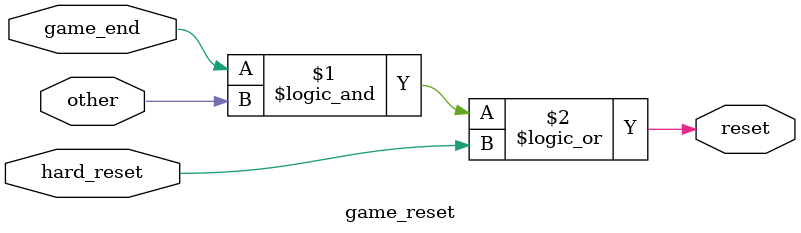
<source format=v>
`timescale 1ns / 1ps
module game_reset(
	input game_end,
	input other,
	input hard_reset,
	output reset
 );
 
 assign reset = (game_end && other) || (hard_reset);


endmodule

</source>
